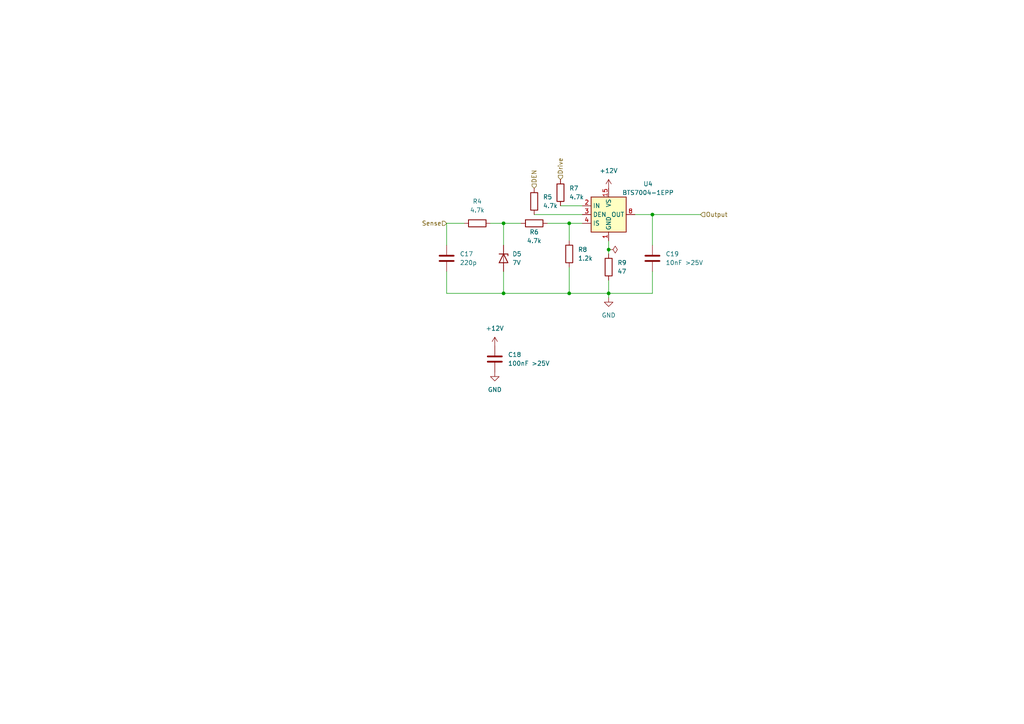
<source format=kicad_sch>
(kicad_sch (version 20211123) (generator eeschema)
  (paper "A4")
  (lib_symbols
    (symbol "Device:C" (pin_numbers hide) (pin_names (offset 0.254))
      (property "Reference" "C" (at 0.635 2.54 0))
      (property "Value" "C" (at 0.635 -2.54 0))
      (symbol "C_0_1"
        (polyline (pts (xy -2.032 -0.762) (xy 2.032 -0.762)) (stroke (width 0.508)))
        (polyline (pts (xy -2.032 0.762) (xy 2.032 0.762)) (stroke (width 0.508)))
      )
      (symbol "C_1_1"
        (pin passive line (at 0 3.81 270) (length 2.794) (name "~") (number "1"))
        (pin passive line (at 0 -3.81 90) (length 2.794) (name "~") (number "2"))
      )
    )
    (symbol "Device:D_Zener" (pin_numbers hide) (pin_names (offset 1.016) hide)
      (property "Reference" "D" (at 0 2.54 0))
      (property "Value" "D_Zener" (at 0 -2.54 0))
      (symbol "D_Zener_0_1"
        (polyline (pts (xy 1.27 0) (xy -1.27 0)))
        (polyline (pts (xy -1.27 -1.27) (xy -1.27 1.27) (xy -0.762 1.27)) (stroke (width 0.254)))
        (polyline (pts (xy 1.27 -1.27) (xy 1.27 1.27) (xy -1.27 0) (xy 1.27 -1.27)) (stroke (width 0.254)))
      )
      (symbol "D_Zener_1_1"
        (pin passive line (at -3.81 0 0) (length 2.54) (name "K") (number "1"))
        (pin passive line (at 3.81 0 180) (length 2.54) (name "A") (number "2"))
      )
    )
    (symbol "Device:R" (pin_numbers hide) (pin_names (offset 0))
      (property "Reference" "R" (at 2.032 0 90))
      (property "Value" "R" (at 0 0 90))
      (symbol "R_0_1"
        (rectangle (start -1.016 -2.54) (end 1.016 2.54) (stroke (width 0.254)))
      )
      (symbol "R_1_1"
        (pin passive line (at 0 3.81 270) (length 1.27) (name "~") (number "1"))
        (pin passive line (at 0 -3.81 90) (length 1.27) (name "~") (number "2"))
      )
    )
    (symbol "Power_Management:BTS7004-1EPP"
      (property "Reference" "U" (at -3.81 6.35 0))
      (property "Value" "BTS7004-1EPP" (at 7.62 6.35 0))
      (symbol "BTS7004-1EPP_0_1"
        (rectangle (start -5.08 5.08) (end 5.08 -5.08) (stroke (width 0.254)) (fill (type background)))
      )
      (symbol "BTS7004-1EPP_1_1"
        (pin power_in line (at 0 -7.62 90) (length 2.54) (name "GND") (number "1"))
        (pin passive line (at 7.62 0 180) (length 2.54) hide (name "OUT") (number "10"))
        (pin no_connect line (at 5.08 -5.08 180) (length 2.54) hide (name "NC") (number "11"))
        (pin passive line (at 7.62 0 180) (length 2.54) hide (name "OUT") (number "12"))
        (pin passive line (at 7.62 0 180) (length 2.54) hide (name "OUT") (number "13"))
        (pin passive line (at 7.62 0 180) (length 2.54) hide (name "OUT") (number "14"))
        (pin power_in line (at 0 7.62 270) (length 2.54) (name "VS") (number "15"))
        (pin input line (at -7.62 2.54 0) (length 2.54) (name "IN") (number "2"))
        (pin input line (at -7.62 0 0) (length 2.54) (name "DEN") (number "3"))
        (pin output line (at -7.62 -2.54 0) (length 2.54) (name "IS") (number "4"))
        (pin no_connect line (at 5.08 5.08 180) (length 2.54) hide (name "NC") (number "5"))
        (pin no_connect line (at 5.08 2.54 180) (length 2.54) hide (name "NC") (number "6"))
        (pin no_connect line (at 5.08 -2.54 180) (length 2.54) hide (name "NC") (number "7"))
        (pin power_out line (at 7.62 0 180) (length 2.54) (name "OUT") (number "8"))
        (pin passive line (at 7.62 0 180) (length 2.54) hide (name "OUT") (number "9"))
      )
    )
    (symbol "power:+12V" (power) (pin_names (offset 0))
      (property "Value" "+12V" (at 0 3.556 0))
      (symbol "+12V_0_1"
        (polyline (pts (xy -0.762 1.27) (xy 0 2.54)))
        (polyline (pts (xy 0 0) (xy 0 2.54)))
        (polyline (pts (xy 0 2.54) (xy 0.762 1.27)))
      )
      (symbol "+12V_1_1"
        (pin power_in line (at 0 0 90) (length 0) hide (name "+12V") (number "1"))
      )
    )
    (symbol "power:GND" (power) (pin_names (offset 0))
      (property "Value" "GND" (at 0 -3.81 0))
      (symbol "GND_0_1"
        (polyline (pts (xy 0 0) (xy 0 -1.27) (xy 1.27 -1.27) (xy 0 -2.54) (xy -1.27 -1.27) (xy 0 -1.27)))
      )
      (symbol "GND_1_1"
        (pin power_in line (at 0 0 270) (length 0) hide (name "GND") (number "1"))
      )
    )
    (symbol "power:PWR_FLAG" (power) (pin_numbers hide) (pin_names (offset 0) hide)
      (property "Value" "PWR_FLAG" (at 0 3.81 0))
      (symbol "PWR_FLAG_0_0"
        (pin power_out line (at 0 0 90) (length 0) (name "pwr") (number "1"))
      )
      (symbol "PWR_FLAG_0_1"
        (polyline (pts (xy 0 0) (xy 0 1.27) (xy -1.016 1.905) (xy 0 2.54) (xy 1.016 1.905) (xy 0 1.27)))
      )
    )
  )
  (junction (at 165.1 64.77))
  (junction (at 176.53 72.39))
  (junction (at 189.23 62.23))
  (junction (at 146.05 64.77))
  (junction (at 146.05 85.09))
  (junction (at 165.1 85.09))
  (junction (at 176.53 85.09))
  (wire (pts (xy 154.94 62.23) (xy 168.91 62.23)))
  (wire (pts (xy 176.53 85.09) (xy 176.53 86.36)))
  (wire (pts (xy 129.54 85.09) (xy 129.54 78.74)))
  (wire (pts (xy 176.53 72.39) (xy 176.53 73.66)))
  (wire (pts (xy 142.24 64.77) (xy 146.05 64.77)))
  (wire (pts (xy 146.05 85.09) (xy 165.1 85.09)))
  (wire (pts (xy 146.05 64.77) (xy 151.13 64.77)))
  (wire (pts (xy 129.54 64.77) (xy 134.62 64.77)))
  (wire (pts (xy 158.75 64.77) (xy 165.1 64.77)))
  (wire (pts (xy 189.23 62.23) (xy 184.15 62.23)))
  (wire (pts (xy 176.53 69.85) (xy 176.53 72.39)))
  (wire (pts (xy 146.05 78.74) (xy 146.05 85.09)))
  (wire (pts (xy 162.56 59.69) (xy 168.91 59.69)))
  (wire (pts (xy 165.1 69.85) (xy 165.1 64.77)))
  (wire (pts (xy 165.1 77.47) (xy 165.1 85.09)))
  (wire (pts (xy 189.23 71.12) (xy 189.23 62.23)))
  (wire (pts (xy 176.53 81.28) (xy 176.53 85.09)))
  (wire (pts (xy 129.54 64.77) (xy 129.54 71.12)))
  (wire (pts (xy 129.54 85.09) (xy 146.05 85.09)))
  (wire (pts (xy 165.1 64.77) (xy 168.91 64.77)))
  (wire (pts (xy 165.1 85.09) (xy 176.53 85.09)))
  (wire (pts (xy 176.53 85.09) (xy 189.23 85.09)))
  (wire (pts (xy 189.23 62.23) (xy 203.2 62.23)))
  (wire (pts (xy 189.23 85.09) (xy 189.23 78.74)))
  (wire (pts (xy 146.05 64.77) (xy 146.05 71.12)))
  (hierarchical_label "Output" (shape input) (at 203.2 62.23 0))
  (hierarchical_label "Drive" (shape input) (at 162.56 52.07 90))
  (hierarchical_label "Sense" (shape input) (at 129.54 64.77 180))
  (hierarchical_label "DEN" (shape input) (at 154.94 54.61 90))
  (symbol (lib_id "Device:D_Zener") (at 146.05 74.93 270) (unit 1)
    (property "Reference" "D5" (at 148.59 73.6599 90) (effects (justify left)))
    (property "Value" "7V" (at 148.59 76.1999 90) (effects (justify left)))
    (property "Footprint" "Diode_SMD:D_MiniMELF" (effects hide))
  )
  (symbol (lib_id "Device:R") (at 162.56 55.88 0) (unit 1)
    (property "Reference" "R7" (at 165.1 54.6099 0) (effects (justify left)))
    (property "Value" "4.7k" (at 165.1 57.1499 0) (effects (justify left)))
    (property "Footprint" "Resistor_SMD:R_0603_1608Metric" (effects hide))
  )
  (symbol (lib_id "Device:R") (at 176.53 77.47 0) (unit 1)
    (property "Reference" "R9" (at 179.07 76.1999 0) (effects (justify left)))
    (property "Value" "47" (at 179.07 78.7399 0) (effects (justify left)))
    (property "Footprint" "Resistor_SMD:R_0603_1608Metric" (effects hide))
  )
  (symbol (lib_id "Device:C") (at 143.51 104.14 0) (unit 1)
    (property "Reference" "C18" (at 147.32 102.8699 0) (effects (justify left)))
    (property "Value" "100nF >25V" (at 147.32 105.4099 0) (effects (justify left)))
    (property "Footprint" "Capacitor_SMD:C_0805_2012Metric" (effects hide))
  )
  (symbol (lib_id "power:GND") (at 176.53 86.36 0) (unit 1)
    (property "Reference" "#PWR039" (effects hide))
    (property "Value" "GND" (at 176.53 91.44 0))
  )
  (symbol (lib_id "Device:R") (at 165.1 73.66 0) (unit 1)
    (property "Reference" "R8" (at 167.64 72.3899 0) (effects (justify left)))
    (property "Value" "1.2k" (at 167.64 74.9299 0) (effects (justify left)))
    (property "Footprint" "Resistor_SMD:R_0603_1608Metric" (effects hide))
  )
  (symbol (lib_id "power:+12V") (at 143.51 100.33 0) (unit 1)
    (property "Reference" "#PWR036" (effects hide))
    (property "Value" "+12V" (at 143.51 95.25 0))
  )
  (symbol (lib_id "power:+12V") (at 176.53 54.61 0) (unit 1)
    (property "Reference" "#PWR038" (effects hide))
    (property "Value" "+12V" (at 176.53 49.53 0))
  )
  (symbol (lib_id "Device:C") (at 189.23 74.93 0) (unit 1)
    (property "Reference" "C19" (at 193.04 73.6599 0) (effects (justify left)))
    (property "Value" "10nF >25V" (at 193.04 76.1999 0) (effects (justify left)))
    (property "Footprint" "Capacitor_SMD:C_0805_2012Metric" (effects hide))
  )
  (symbol (lib_id "Device:R") (at 138.43 64.77 90) (unit 1)
    (property "Reference" "R4" (at 138.43 58.42 90))
    (property "Value" "4.7k" (at 138.43 60.96 90))
    (property "Footprint" "Resistor_SMD:R_0603_1608Metric" (effects hide))
  )
  (symbol (lib_id "Device:R") (at 154.94 64.77 270) (unit 1)
    (property "Reference" "R6" (at 154.94 67.31 90))
    (property "Value" "4.7k" (at 154.94 69.85 90))
    (property "Footprint" "Resistor_SMD:R_0603_1608Metric" (effects hide))
  )
  (symbol (lib_id "Power_Management:BTS7004-1EPP") (at 176.53 62.23 0) (unit 1)
    (property "Reference" "U4" (at 187.96 53.34 0))
    (property "Value" "BTS7004-1EPP" (at 187.96 55.88 0))
    (property "Footprint" "Package_SO:Infineon_PG-TSDSO-14-22" (effects hide))
    (property "Datasheet" "https://www.infineon.com/dgdl/Infineon-BTS7004-1EPP-DS-v01_00-EN.pdf?fileId=5546d4626102d35a016147550a725555" (effects hide))
  )
  (symbol (lib_id "power:PWR_FLAG") (at 176.53 72.39 270) (unit 1)
    (property "Reference" "#FLG04" (effects hide))
    (property "Value" "PWR_FLAG" (effects hide))
  )
  (symbol (lib_id "Device:R") (at 154.94 58.42 0) (unit 1)
    (property "Reference" "R5" (at 157.48 57.1499 0) (effects (justify left)))
    (property "Value" "4.7k" (at 157.48 59.6899 0) (effects (justify left)))
    (property "Footprint" "Resistor_SMD:R_0603_1608Metric" (effects hide))
  )
  (symbol (lib_id "Device:C") (at 129.54 74.93 0) (unit 1)
    (property "Reference" "C17" (at 133.35 73.6599 0) (effects (justify left)))
    (property "Value" "220p" (at 133.35 76.1999 0) (effects (justify left)))
    (property "Footprint" "Capacitor_SMD:C_0402_1005Metric" (effects hide))
  )
  (symbol (lib_id "power:GND") (at 143.51 107.95 0) (unit 1)
    (property "Reference" "#PWR037" (effects hide))
    (property "Value" "GND" (at 143.51 113.03 0))
  )
)
</source>
